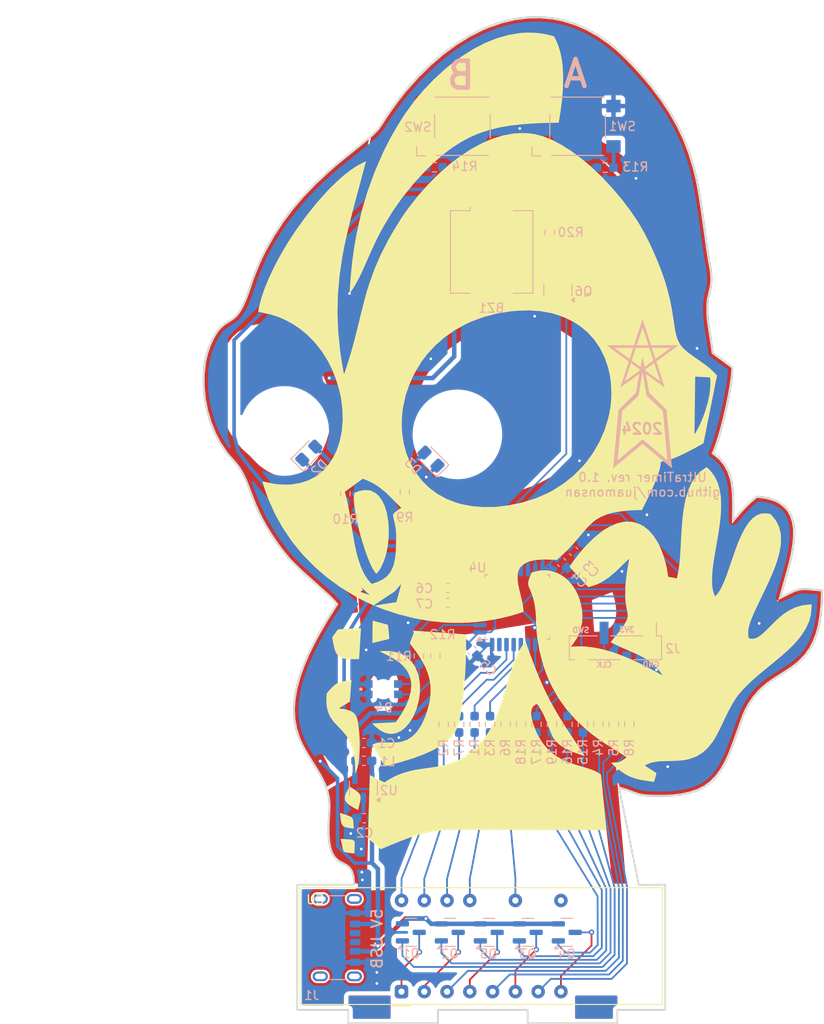
<source format=kicad_pcb>
(kicad_pcb (version 20240108) (generator "pcbnew") (generator_version "8.0")
  (layers (0 "F.Cu" signal) (31 "B.Cu" signal) (36 "B.SilkS" user "B.Silkscreen") (37 "F.SilkS" user "F.Silkscreen") (38 "B.Mask" user) (39 "F.Mask" user) (44 "Edge.Cuts" user))
  (net 0 "")
  (net 1 "GND")
  (net 2 "Net-(D2-A)")
  (net 3 "Net-(D3-A)")
  (net 6 "+3V3")
  (net 8 "Net-(U3-A)")
  (net 9 "/DispA")
  (net 10 "Net-(U3-B)")
  (net 11 "/DispB")
  (net 12 "Net-(U3-C)")
  (net 13 "/DispC")
  (net 14 "/DispD")
  (net 15 "Net-(U3-D)")
  (net 16 "/DispE")
  (net 17 "Net-(U3-E)")
  (net 18 "Net-(U3-F)")
  (net 19 "/DispF")
  (net 20 "Net-(U3-G)")
  (net 21 "/DispG")
  (net 22 "Net-(U3-DP)")
  (net 23 "/DispDP")
  (net 24 "+5V")
  (net 25 "/LED_Red")
  (net 26 "/LED_Blue")
  (net 27 "Net-(U2-SW)")
  (net 28 "Net-(Q1-G)")
  (net 29 "/CA1")
  (net 30 "/CAL")
  (net 31 "/CA2")
  (net 32 "/CA4")
  (net 33 "/CA3")
  (net 37 "Net-(BZ1--)")
  (net 40 "/SWCLK")
  (net 41 "/SWDIO")
  (net 43 "Net-(Q2-G)")
  (net 44 "Net-(Q3-G)")
  (net 46 "Net-(Q4-G)")
  (net 48 "Net-(Q5-G)")
  (net 49 "/LED2")
  (net 50 "/LED1")
  (net 51 "/SW1_IN")
  (net 52 "/SW2_IN")
  (net 53 "/Display1")
  (net 54 "/Display2")
  (net 55 "/Display3")
  (net 56 "/Display4")
  (net 57 "/DisplayL")
  (net 58 "/Timer3_PWM")
  (net 59 "Net-(D4-A-Pad4)")
  (net 60 "Net-(D4-A-Pad3)")
  (footprint "Graphics" (layer "F.Cu") (at 120.94 94.35)
    (property "Reference" "")
    (property "Value" "")
  )
  (footprint "Graphics" (layer "F.Cu") (at 130.27 144.88)
    (property "Reference" "")
    (property "Value" "")
  )
  (footprint "Graphics" (layer "F.Cu") (at 120.94 94.35)
    (property "Reference" "")
    (property "Value" "")
  )
  (footprint "Display_7Segment:LTC-4627Jx" (layer "F.Cu") (at 134.13 156.92 90)
    (property "Reference" "U3")
    (property "Value" "LTC-4627JD")
  )
  (footprint "Graphics" (layer "F.Cu") (at 89.602 46.638)
    (property "Reference" "")
    (property "Value" "")
  )
  (footprint "Graphics" (layer "F.Cu") (at 89.602 46.638)
    (property "Reference" "")
    (property "Value" "")
  )
  (footprint "LOGO" (layer "B.Cu") (at 161.02 90.27 180)
    (property "Reference" "G***" (hide yes))
    (property "Value" "LOGO" (hide yes))
  )
  (footprint "Graphics" (layer "B.Cu") (at 120.94 94.35)
    (property "Reference" "")
    (property "Value" "")
  )
  (footprint "Resistor_SMD:R_0603_1608Metric_Pad0.98x0.95mm_HandSolder" (layer "B.Cu") (at 156.085 127.12 -90)
    (property "Reference" "R4")
    (property "Value" "470")
  )
  (footprint "Capacitor_SMD:C_0603_1608Metric_Pad1.08x0.95mm_HandSolder" (layer "B.Cu") (at 141.98 118.88 -45)
    (property "Reference" "C5")
    (property "Value" "100nF")
  )
  (footprint "Package_TO_SOT_SMD:SOT-23" (layer "B.Cu") (at 151.5625 78.67 90)
    (property "Reference" "Q6")
    (property "Value" "IRLML6244")
  )
  (footprint "Resistor_SMD:R_0603_1608Metric_Pad0.98x0.95mm_HandSolder" (layer "B.Cu") (at 134.5 101.2 -90)
    (property "Reference" "R9")
    (property "Value" "470")
  )
  (footprint "Package_TO_SOT_SMD:SOT-23" (layer "B.Cu") (at 148.211875 150.3125)
    (property "Reference" "Q3")
    (property "Value" "IRLML6401")
  )
  (footprint "Resistor_SMD:R_0603_1608Metric_Pad0.98x0.95mm_HandSolder" (layer "B.Cu") (at 150.91 127.12 90)
    (property "Reference" "R19")
    (property "Value" "10k")
  )
  (footprint "Button_Switch_SMD:SW_SPST_Omron_B3FS-100xP" (layer "B.Cu") (at 140.92 60.45)
    (property "Reference" "SW2")
    (property "Value" "SW_Push")
  )
  (footprint "Connector_USB:USB_C_Receptacle_GCT_USB4125-xx-x-0190_6P_TopMnt_Horizontal" (layer "B.Cu") (at 125.87 150.9 90)
    (property "Reference" "J1")
    (property "Value" "USB_C_Receptacle_PowerOnly_6P")
  )
  (footprint "Resistor_SMD:R_0603_1608Metric_Pad0.98x0.95mm_HandSolder" (layer "B.Cu") (at 138.835 127.12 -90)
    (property "Reference" "R2")
    (property "Value" "470")
  )
  (footprint "Package_TO_SOT_SMD:SOT-23" (layer "B.Cu") (at 143.86375 150.3125)
    (property "Reference" "Q5")
    (property "Value" "IRLML6401")
  )
  (footprint "Resistor_SMD:R_0603_1608Metric_Pad0.98x0.95mm_HandSolder" (layer "B.Cu") (at 159.535 127.12 -90)
    (property "Reference" "R8")
    (property "Value" "470")
  )
  (footprint "Resistor_SMD:R_0603_1608Metric_Pad0.98x0.95mm_HandSolder" (layer "B.Cu") (at 154.36 127.12 90)
    (property "Reference" "R15")
    (property "Value" "10k")
  )
  (footprint "Resistor_SMD:R_0603_1608Metric_Pad0.98x0.95mm_HandSolder" (layer "B.Cu") (at 157.81 127.12 -90)
    (property "Reference" "R5")
    (property "Value" "470")
  )
  (footprint "Capacitor_SMD:C_0603_1608Metric_Pad1.08x0.95mm_HandSolder" (layer "B.Cu") (at 151.98 109.07 135)
    (property "Reference" "C4")
    (property "Value" "100nF")
  )
  (footprint "LED_SMD:LED_0805_2012Metric_Pad1.15x1.40mm_HandSolder" (layer "B.Cu") (at 137.42 97.56 135)
    (property "Reference" "D3")
    (property "Value" "LED")
  )
  (footprint "Connector_PinHeader_2.54mm:PinHeader_1x04_P2.54mm_Vertical_SMD_Pin1Right" (layer "B.Cu") (at 157.99 118.59 90)
    (property "Reference" "J2")
    (property "Value" "Conn_01x04_Pin")
  )
  (footprint "Resistor_SMD:R_0603_1608Metric_Pad0.98x0.95mm_HandSolder" (layer "B.Cu") (at 149.185 127.12 90)
    (property "Reference" "R17")
    (property "Value" "10k")
  )
  (footprint "Package_QFP:LQFP-32_7x7mm_P0.8mm" (layer "B.Cu") (at 147.04 114.06)
    (property "Reference" "U4")
    (property "Value" "STM32F030K6Tx")
  )
  (footprint "Library:WL-SBRW_1205_reverse mount" (layer "B.Cu") (at 132.1 123.205)
    (property "Reference" "D4")
    (property "Value" "Red & Blue, 120°")
  )
  (footprint "Resistor_SMD:R_0603_1608Metric_Pad0.98x0.95mm_HandSolder" (layer "B.Cu") (at 156.8525 65.06 180)
    (property "Reference" "R13")
    (property "Value" "1k")
  )
  (footprint "Package_TO_SOT_SMD:TSOT-23-5" (layer "B.Cu") (at 129.88 134.25 90)
    (property "Reference" "U2")
    (property "Value" "LM3670MF-3.3")
  )
  (footprint "Resistor_SMD:R_0603_1608Metric_Pad0.98x0.95mm_HandSolder" (layer "B.Cu") (at 144.01 127.12 -90)
    (property "Reference" "R3")
    (property "Value" "470")
  )
  (footprint "Capacitor_SMD:C_0603_1608Metric_Pad1.08x0.95mm_HandSolder" (layer "B.Cu") (at 129.93 129.2)
    (property "Reference" "C1")
    (property "Value" "10uF")
  )
  (footprint "Package_TO_SOT_SMD:SOT-23" (layer "B.Cu") (at 152.56 150.3125)
    (property "Reference" "Q4")
    (property "Value" "IRLML6401")
  )
  (footprint "Capacitor_SMD:C_0603_1608Metric_Pad1.08x0.95mm_HandSolder" (layer "B.Cu") (at 139.27 113.57 180)
    (property "Reference" "C7")
    (property "Value" "1uF")
  )
  (footprint "Button_Switch_SMD:SW_SPST_Omron_B3FS-100xP" (layer "B.Cu") (at 153.77 60.45)
    (property "Reference" "SW1")
    (property "Value" "SW_Push")
  )
  (footprint "Resistor_SMD:R_0603_1608Metric_Pad0.98x0.95mm_HandSolder" (layer "B.Cu") (at 150.66 72.3 90)
    (property "Reference" "R20")
    (property "Value" "1k")
  )
  (footprint "Package_TO_SOT_SMD:SOT-23" (layer "B.Cu") (at 139.515625 150.3125)
    (property "Reference" "Q2")
    (property "Value" "IRLML6401")
  )
  (footprint "Resistor_SMD:R_0603_1608Metric_Pad0.98x0.95mm_HandSolder" (layer "B.Cu") (at 137.8 65.02)
    (property "Reference" "R14")
    (property "Value" "1k")
  )
  (footprint "Resistor_SMD:R_0603_1608Metric_Pad0.98x0.95mm_HandSolder" (layer "B.Cu") (at 147.46 127.12 90)
    (property "Reference" "R18")
    (property "Value" "10k")
  )
  (footprint "Resistor_SMD:R_0603_1608Metric_Pad0.98x0.95mm_HandSolder" (layer "B.Cu") (at 140.56 127.12 -90)
    (property "Reference" "R7")
    (property "Value" "470")
  )
  (footprint "Resistor_SMD:R_0603_1608Metric_Pad0.98x0.95mm_HandSolder" (layer "B.Cu") (at 136.08 119.4925 -90)
    (property "Reference" "R11")
    (property "Value" "470")
  )
  (footprint "Buzzer_Beeper:Buzzer_CUI_CPT-9019S-SMT" (layer "B.Cu") (at 144.19 74.46 -90)
    (property "Reference" "BZ1")
    (property "Value" "CPT-9019S-SMT-TR")
  )
  (footprint "Capacitor_SMD:C_0603_1608Metric_Pad1.08x0.95mm_HandSolder" (layer "B.Cu") (at 139.29 111.93 180)
    (property "Reference" "C6")
    (property "Value" "10nF")
  )
  (footprint "Package_TO_SOT_SMD:SOT-23" (layer "B.Cu") (at 135.1675 150.3125)
    (property "Reference" "Q1")
    (property "Value" "IRLML6401")
  )
  (footprint "Capacitor_SMD:C_0603_1608Metric_Pad1.08x0.95mm_HandSolder" (layer "B.Cu") (at 153.32 107.83 135)
    (property "Reference" "C3")
    (property "Value" "4.7uF")
  )
  (footprint "Resistor_SMD:R_0603_1608Metric_Pad0.98x0.95mm_HandSolder" (layer "B.Cu") (at 137.9 119.4825 -90)
    (property "Reference" "R12")
    (property "Value" "470")
  )
  (footprint "Resistor_SMD:R_0603_1608Metric_Pad0.98x0.95mm_HandSolder" (layer "B.Cu") (at 152.635 127.12 90)
    (property "Reference" "R16")
    (property "Value" "10k")
  )
  (footprint "Resistor_SMD:R_0603_1608Metric_Pad0.98x0.95mm_HandSolder" (layer "B.Cu") (at 142.285 127.12 -90)
    (property "Reference" "R1")
    (property "Value" "470")
  )
  (footprint "Capacitor_SMD:C_0603_1608Metric_Pad1.08x0.95mm_HandSolder" (layer "B.Cu") (at 129.98 137.59 180)
    (property "Reference" "C2")
    (property "Value" "4.7uF")
  )
  (footprint "Resistor_SMD:R_0603_1608Metric_Pad0.98x0.95mm_HandSolder" (layer "B.Cu") (at 127.867 101.431 -90)
    (property "Reference" "R10")
    (property "Value" "470")
  )
  (footprint "LED_SMD:LED_0805_2012Metric_Pad1.15x1.40mm_HandSolder" (layer "B.Cu") (at 123.794571 96.895429 45)
    (property "Reference" "D2")
    (property "Value" "LED")
  )
  (footprint "Inductor_SMD:L_0603_1608Metric_Pad1.05x0.95mm_HandSolder" (layer "B.Cu") (at 129.93 131.19 180)
    (property "Reference" "L1")
    (property "Value" "10uH")
  )
  (footprint "Resistor_SMD:R_0603_1608Metric_Pad0.98x0.95mm_HandSolder" (layer "B.Cu") (at 145.735 127.12 -90)
    (property "Reference" "R6")
    (property "Value" "470")
  )
  (gr_poly (pts (xy 149.12 48.264) (xy 148.615 48.276) (xy 148.11 48.306) (xy 147.607 48.357) (xy 147.104 48.426) (xy 146.603 48.514) (xy 146.103 48.62) (xy 145.605 48.745) (xy 145.109 48.888) (xy 144.615 49.048) (xy 144.484 49.093) (xy 143.955 49.29) (xy 143.428 49.506) (xy 142.905 49.742) (xy 142.386 49.996) (xy 141.87 50.268) (xy 141.358 50.558) (xy 140.85 50.866) (xy 140.347 51.19) (xy 139.848 51.532) (xy 139.355 51.89) (xy 138.867 52.264) (xy 138.384 52.653) (xy 137.907 53.057) (xy 137.436 53.477) (xy 136.971 53.911) (xy 136.513 54.358) (xy 136.061 54.82) (xy 135.617 55.295) (xy 135.18 55.782) (xy 134.75 56.282) (xy 134.328 56.794) (xy 133.914 57.318) (xy 133.509 57.854) (xy 133.111 58.4) (xy 132.723 58.957) (xy 132.344 59.524) (xy 131.974 60.1) (xy 131.791 60.394) (xy 131.791 60.395) (xy 131.692 60.544) (xy 131.574 60.698) (xy 131.438 60.858) (xy 131.285 61.023) (xy 131.115 61.195) (xy 130.93 61.372) (xy 130.729 61.555) (xy 130.514 61.744) (xy 130.285 61.939) (xy 130.042 62.141) (xy 129.787 62.35) (xy 129.521 62.565) (xy 129.391 62.669) (xy 129.039 62.95) (xy 128.671 63.242) (xy 128.289 63.547) (xy 127.895 63.865) (xy 127.488 64.195) (xy 127.072 64.54) (xy 126.646 64.899) (xy 126.213 65.272) (xy 125.773 65.661) (xy 125.328 66.066) (xy 125.305 66.087) (xy 124.963 66.407) (xy 124.619 66.737) (xy 124.274 67.077) (xy 123.929 67.427) (xy 123.583 67.787) (xy 123.238 68.159) (xy 122.894 68.541) (xy 122.551 68.934) (xy 122.211 69.339) (xy 121.873 69.755) (xy 121.539 70.184) (xy 121.209 70.624) (xy 120.882 71.077) (xy 120.561 71.542) (xy 120.246 72.021) (xy 119.936 72.512) (xy 119.633 73.016) (xy 119.337 73.535) (xy 119.049 74.066) (xy 118.769 74.612) (xy 118.498 75.172) (xy 118.236 75.747) (xy 117.984 76.336) (xy 117.743 76.94) (xy 117.512 77.559) (xy 117.294 78.194) (xy 117.213 78.442) (xy 117.111 78.751) (xy 117.011 79.041) (xy 116.912 79.313) (xy 116.816 79.567) (xy 116.721 79.803) (xy 116.628 80.024) (xy 116.536 80.228) (xy 116.446 80.418) (xy 116.358 80.594) (xy 116.271 80.756) (xy 116.185 80.905) (xy 116.101 81.042) (xy 116.034 81.143) (xy 115.923 81.299) (xy 115.815 81.437) (xy 115.708 81.559) (xy 115.603 81.667) (xy 115.498 81.763) (xy 115.395 81.848) (xy 115.291 81.925) (xy 115.188 81.996) (xy 115.084 82.061) (xy 115.038 82.089) (xy 114.912 82.163) (xy 114.785 82.236) (xy 114.655 82.313) (xy 114.523 82.395) (xy 114.389 82.486) (xy 114.253 82.588) (xy 114.114 82.704) (xy 113.976 82.835) (xy 113.878 82.937) (xy 113.779 83.05) (xy 113.678 83.174) (xy 113.577 83.31) (xy 113.475 83.459) (xy 113.371 83.621) (xy 113.266 83.798) (xy 113.159 83.991) (xy 113.05 84.2) (xy 112.94 84.427) (xy 112.828 84.672) (xy 112.76 84.829) (xy 112.623 85.169) (xy 112.501 85.523) (xy 112.393 85.889) (xy 112.299 86.266) (xy 112.219 86.653) (xy 112.153 87.05) (xy 112.102 87.455) (xy 112.064 87.868) (xy 112.041 88.288) (xy 112.031 88.713) (xy 112.036 89.144) (xy 112.054 89.578) (xy 112.086 90.015) (xy 112.132 90.454) (xy 112.193 90.895) (xy 112.262 91.313) (xy 112.347 91.744) (xy 112.446 92.174) (xy 112.558 92.602) (xy 112.683 93.027) (xy 112.821 93.448) (xy 112.973 93.863) (xy 113.138 94.273) (xy 113.316 94.676) (xy 113.508 95.072) (xy 113.713 95.459) (xy 113.931 95.837) (xy 114.163 96.205) (xy 114.408 96.561) (xy 114.667 96.906) (xy 114.939 97.238) (xy 115.224 97.556) (xy 115.303 97.638) (xy 115.517 97.87) (xy 115.713 98.102) (xy 115.892 98.333) (xy 116.057 98.566) (xy 116.207 98.8) (xy 116.346 99.036) (xy 116.475 99.276) (xy 116.596 99.519) (xy 116.71 99.767) (xy 116.818 100.019) (xy 116.923 100.278) (xy 117.026 100.543) (xy 117.129 100.815) (xy 117.233 101.095) (xy 117.34 101.384) (xy 117.452 101.682) (xy 117.456 101.694) (xy 117.541 101.917) (xy 117.631 102.146) (xy 117.725 102.38) (xy 117.824 102.621) (xy 117.928 102.867) (xy 118.04 103.119) (xy 118.158 103.378) (xy 118.284 103.644) (xy 118.419 103.917) (xy 118.562 104.197) (xy 118.715 104.485) (xy 118.878 104.78) (xy 119.052 105.083) (xy 119.238 105.395) (xy 119.435 105.715) (xy 119.645 106.043) (xy 119.869 106.381) (xy 120.106 106.727) (xy 120.358 107.083) (xy 120.626 107.449) (xy 120.909 107.824) (xy 121.208 108.21) (xy 121.224 108.23) (xy 121.399 108.443) (xy 121.59 108.663) (xy 121.797 108.887) (xy 122.018 109.117) (xy 122.251 109.35) (xy 122.494 109.587) (xy 122.746 109.826) (xy 123.006 110.067) (xy 123.27 110.309) (xy 123.539 110.551) (xy 123.81 110.793) (xy 124.082 111.034) (xy 124.325 111.248) (xy 124.553 111.449) (xy 124.778 111.647) (xy 124.998 111.843) (xy 125.214 112.036) (xy 125.424 112.224) (xy 125.627 112.408) (xy 125.822 112.587) (xy 126.008 112.761) (xy 126.183 112.928) (xy 126.347 113.088) (xy 126.498 113.241) (xy 126.636 113.387) (xy 126.759 113.523) (xy 126.867 113.651) (xy 126.923 113.722) (xy 126.572 114.259) (xy 126.238 114.784) (xy 125.918 115.298) (xy 125.614 115.799) (xy 125.325 116.29) (xy 125.05 116.769) (xy 124.789 117.238) (xy 124.543 117.695) (xy 124.31 118.143) (xy 124.09 118.579) (xy 123.884 119.006) (xy 123.691 119.423) (xy 123.51 119.829) (xy 123.342 120.227) (xy 123.186 120.615) (xy 123.042 120.994) (xy 122.909 121.364) (xy 122.788 121.725) (xy 122.677 122.077) (xy 122.578 122.421) (xy 122.489 122.758) (xy 122.41 123.086) (xy 122.403 123.117) (xy 122.319 123.518) (xy 122.25 123.907) (xy 122.196 124.285) (xy 122.157 124.652) (xy 122.131 125.009) (xy 122.118 125.354) (xy 122.117 125.69) (xy 122.129 126.016) (xy 122.152 126.333) (xy 122.186 126.641) (xy 122.231 126.941) (xy 122.285 127.232) (xy 122.348 127.515) (xy 122.42 127.791) (xy 122.501 128.06) (xy 122.589 128.323) (xy 122.684 128.579) (xy 122.75 128.745) (xy 122.916 129.125) (xy 123.095 129.493) (xy 123.284 129.85) (xy 123.481 130.197) (xy 123.684 130.537) (xy 123.891 130.87) (xy 124.1 131.198) (xy 124.309 131.523) (xy 124.515 131.845) (xy 124.718 132.167) (xy 124.913 132.49) (xy 124.984 132.61) (xy 125.119 132.849) (xy 125.249 133.089) (xy 125.373 133.332) (xy 125.489 133.578) (xy 125.598 133.828) (xy 125.697 134.082) (xy 125.788 134.342) (xy 125.868 134.607) (xy 125.938 134.879) (xy 125.995 135.158) (xy 126.041 135.444) (xy 126.073 135.739) (xy 126.091 136.042) (xy 126.095 136.355) (xy 126.083 136.678) (xy 126.069 136.864) (xy 126.038 137.244) (xy 126.013 137.606) (xy 125.993 137.949) (xy 125.98 138.276) (xy 125.973 138.586) (xy 125.97 138.879) (xy 125.974 139.157) (xy 125.982 139.419) (xy 125.995 139.667) (xy 126.014 139.9) (xy 126.037 140.12) (xy 126.064 140.327) (xy 126.096 140.521) (xy 126.131 140.703) (xy 126.171 140.874) (xy 126.194 140.959) (xy 126.255 141.16) (xy 126.323 141.344) (xy 126.397 141.512) (xy 126.477 141.663) (xy 126.561 141.801) (xy 126.65 141.925) (xy 126.743 142.036) (xy 126.839 142.136) (xy 126.937 142.226) (xy 127.038 142.306) (xy 127.14 142.379) (xy 127.217 142.428) (xy 127.37 142.516) (xy 127.522 142.596) (xy 127.671 142.67) (xy 127.815 142.743) (xy 127.953 142.818) (xy 128.085 142.9) (xy 128.208 142.991) (xy 128.306 143.08) (xy 128.371 143.149) (xy 128.432 143.226) (xy 128.491 143.311) (xy 128.546 143.405) (xy 128.598 143.509) (xy 128.645 143.625) (xy 128.689 143.752) (xy 128.727 143.892) (xy 128.76 144.047) (xy 128.789 144.216) (xy 128.811 144.401) (xy 128.828 144.602) (xy 128.838 144.822) (xy 128.839 144.883) (xy 128.83 145) (xy 122.5 145) (xy 122.5 158.95) (xy 128.2 158.95) (xy 128.2 160.45) (xy 138.2 160.45) (xy 138.2 158.95) (xy 148.2 158.95) (xy 148.2 160.45) (xy 158.2 160.45) (xy 158.2 158.95) (xy 163.55 158.95) (xy 163.55 145) (xy 160.6 145.014) (xy 158.4 134.2) (xy 158.609 134.255) (xy 158.801 134.308) (xy 158.976 134.36) (xy 159.135 134.41) (xy 159.281 134.459) (xy 159.415 134.506) (xy 159.538 134.552) (xy 159.652 134.596) (xy 159.759 134.639) (xy 159.86 134.68) (xy 159.957 134.72) (xy 160.051 134.758) (xy 160.145 134.794) (xy 160.238 134.829) (xy 160.291 134.848) (xy 160.377 134.877) (xy 160.466 134.904) (xy 160.559 134.93) (xy 160.656 134.954) (xy 160.76 134.977) (xy 160.871 134.998) (xy 160.99 135.017) (xy 161.119 135.035) (xy 161.257 135.051) (xy 161.407 135.066) (xy 161.569 135.079) (xy 161.744 135.09) (xy 161.934 135.1) (xy 162.139 135.108) (xy 162.36 135.114) (xy 162.599 135.118) (xy 162.856 135.121) (xy 162.961 135.121) (xy 163.394 135.119) (xy 163.809 135.108) (xy 164.207 135.087) (xy 164.589 135.056) (xy 164.956 135.017) (xy 165.307 134.968) (xy 165.643 134.91) (xy 165.965 134.843) (xy 166.274 134.766) (xy 166.568 134.681) (xy 166.85 134.587) (xy 167.119 134.485) (xy 167.376 134.373) (xy 167.622 134.253) (xy 167.856 134.124) (xy 168.08 133.987) (xy 168.293 133.841) (xy 168.496 133.687) (xy 168.691 133.524) (xy 168.876 133.353) (xy 169.053 133.174) (xy 169.222 132.987) (xy 169.334 132.853) (xy 169.549 132.574) (xy 169.752 132.28) (xy 169.943 131.971) (xy 170.125 131.649) (xy 170.299 131.313) (xy 170.465 130.963) (xy 170.626 130.6) (xy 170.783 130.223) (xy 170.936 129.834) (xy 171.088 129.431) (xy 171.24 129.015) (xy 171.393 128.587) (xy 171.548 128.146) (xy 171.707 127.693) (xy 171.871 127.227) (xy 172.042 126.75) (xy 172.11 126.56) (xy 172.244 126.208) (xy 172.384 125.874) (xy 172.529 125.558) (xy 172.68 125.259) (xy 172.836 124.975) (xy 172.996 124.707) (xy 173.162 124.453) (xy 173.331 124.213) (xy 173.505 123.986) (xy 173.682 123.771) (xy 173.863 123.567) (xy 174.047 123.374) (xy 174.234 123.19) (xy 174.423 123.016) (xy 174.616 122.85) (xy 174.81 122.692) (xy 175.006 122.54) (xy 175.204 122.394) (xy 175.403 122.254) (xy 175.603 122.118) (xy 175.804 121.985) (xy 176.005 121.856) (xy 176.207 121.729) (xy 176.408 121.603) (xy 176.61 121.478) (xy 176.811 121.353) (xy 177.011 121.226) (xy 177.21 121.099) (xy 177.407 120.968) (xy 177.498 120.907) (xy 177.716 120.756) (xy 177.931 120.599) (xy 178.143 120.435) (xy 178.351 120.264) (xy 178.555 120.084) (xy 178.754 119.895) (xy 178.948 119.695) (xy 179.137 119.483) (xy 179.319 119.259) (xy 179.495 119.021) (xy 179.663 118.768) (xy 179.824 118.499) (xy 179.977 118.214) (xy 180.003 118.161) (xy 180.113 117.928) (xy 180.218 117.685) (xy 180.317 117.431) (xy 180.411 117.165) (xy 180.499 116.886) (xy 180.581 116.595) (xy 180.657 116.291) (xy 180.727 115.973) (xy 180.79 115.642) (xy 180.847 115.295) (xy 180.897 114.934) (xy 180.94 114.558) (xy 180.977 114.165) (xy 181.005 113.756) (xy 181.027 113.33) (xy 181.041 112.887) (xy 181.047 112.426) (xy 181.047 112.297) (xy 181.047 112.175) (xy 180.925 112.164) (xy 180.678 112.142) (xy 180.449 112.122) (xy 180.237 112.102) (xy 180.04 112.084) (xy 179.859 112.068) (xy 179.69 112.053) (xy 179.534 112.041) (xy 179.388 112.031) (xy 179.252 112.024) (xy 179.124 112.021) (xy 179.002 112.02) (xy 178.887 112.023) (xy 178.776 112.03) (xy 178.668 112.041) (xy 178.562 112.057) (xy 178.457 112.078) (xy 178.352 112.103) (xy 178.244 112.134) (xy 178.134 112.17) (xy 178.019 112.212) (xy 177.898 112.26) (xy 177.771 112.314) (xy 177.635 112.376) (xy 177.491 112.444) (xy 177.335 112.519) (xy 177.168 112.602) (xy 176.988 112.692) (xy 176.793 112.791) (xy 176.583 112.898) (xy 176.389 112.996) (xy 176.482 112.64) (xy 176.584 112.272) (xy 176.692 111.892) (xy 176.805 111.502) (xy 176.921 111.103) (xy 177.039 110.697) (xy 177.156 110.285) (xy 177.271 109.868) (xy 177.383 109.447) (xy 177.49 109.025) (xy 177.589 108.602) (xy 177.68 108.179) (xy 177.761 107.758) (xy 177.83 107.34) (xy 177.885 106.927) (xy 177.925 106.519) (xy 177.945 106.204) (xy 177.953 105.926) (xy 177.951 105.652) (xy 177.939 105.383) (xy 177.916 105.119) (xy 177.881 104.861) (xy 177.834 104.609) (xy 177.773 104.364) (xy 177.7 104.126) (xy 177.611 103.896) (xy 177.508 103.674) (xy 177.39 103.461) (xy 177.255 103.258) (xy 177.178 103.156) (xy 177.043 102.996) (xy 176.896 102.845) (xy 176.736 102.702) (xy 176.564 102.567) (xy 176.378 102.441) (xy 176.179 102.325) (xy 175.965 102.218) (xy 175.738 102.12) (xy 175.497 102.033) (xy 175.241 101.956) (xy 174.97 101.889) (xy 174.684 101.833) (xy 174.383 101.788) (xy 174.066 101.754) (xy 173.799 101.736) (xy 173.75 101.733) (xy 173.711 101.762) (xy 173.397 102.011) (xy 173.097 102.269) (xy 172.811 102.535) (xy 172.536 102.807) (xy 172.307 103.046) (xy 171.946 103.443) (xy 171.601 103.838) (xy 171.267 104.226) (xy 171.131 104.385) (xy 171.136 103.954) (xy 171.143 103.524) (xy 171.15 103.096) (xy 171.153 102.671) (xy 171.152 102.249) (xy 171.143 101.832) (xy 171.124 101.419) (xy 171.093 101.013) (xy 171.049 100.613) (xy 171.002 100.306) (xy 170.954 100.05) (xy 170.897 99.797) (xy 170.83 99.549) (xy 170.753 99.305) (xy 170.665 99.066) (xy 170.565 98.832) (xy 170.454 98.603) (xy 170.329 98.38) (xy 170.192 98.163) (xy 170.04 97.953) (xy 169.873 97.749) (xy 169.692 97.551) (xy 169.494 97.362) (xy 169.28 97.179) (xy 169.049 97.005) (xy 168.892 96.898) (xy 168.967 96.741) (xy 169.044 96.566) (xy 169.122 96.373) (xy 169.201 96.163) (xy 169.281 95.938) (xy 169.363 95.698) (xy 169.444 95.445) (xy 169.527 95.18) (xy 169.609 94.904) (xy 169.692 94.617) (xy 169.774 94.322) (xy 169.856 94.019) (xy 169.937 93.709) (xy 170.017 93.394) (xy 170.096 93.074) (xy 170.174 92.751) (xy 170.25 92.425) (xy 170.298 92.217) (xy 170.394 91.784) (xy 170.487 91.354) (xy 170.574 90.928) (xy 170.656 90.511) (xy 170.732 90.103) (xy 170.802 89.709) (xy 170.861 89.351) (xy 170.902 89.083) (xy 170.939 88.826) (xy 170.971 88.581) (xy 170.999 88.349) (xy 171.021 88.131) (xy 171.037 87.929) (xy 171.047 87.742) (xy 171.052 87.571) (xy 171.05 87.419) (xy 171.047 87.364) (xy 171.044 87.301) (xy 168.858 85.705) (xy 168.816 85.353) (xy 168.769 84.996) (xy 168.716 84.635) (xy 168.661 84.274) (xy 168.603 83.913) (xy 168.545 83.553) (xy 168.489 83.197) (xy 168.435 82.846) (xy 168.386 82.502) (xy 168.343 82.166) (xy 168.308 81.84) (xy 168.281 81.525) (xy 168.266 81.224) (xy 168.263 81.131) (xy 168.263 81.13) (xy 168.259 80.883) (xy 168.261 80.655) (xy 168.269 80.442) (xy 168.28 80.244) (xy 168.297 80.06) (xy 168.316 79.888) (xy 168.339 79.727) (xy 168.365 79.575) (xy 168.393 79.432) (xy 168.422 79.295) (xy 168.453 79.163) (xy 168.485 79.036) (xy 168.516 78.911) (xy 168.548 78.787) (xy 168.571 78.695) (xy 168.6 78.573) (xy 168.627 78.448) (xy 168.652 78.32) (xy 168.674 78.188) (xy 168.693 78.05) (xy 168.707 77.906) (xy 168.718 77.753) (xy 168.723 77.593) (xy 168.723 77.422) (xy 168.717 77.24) (xy 168.705 77.046) (xy 168.686 76.838) (xy 168.659 76.616) (xy 168.624 76.378) (xy 168.582 76.131) (xy 168.582 76.13) (xy 168.456 75.383) (xy 168.34 74.652) (xy 168.232 73.935) (xy 168.131 73.231) (xy 168.035 72.541) (xy 167.943 71.862) (xy 167.853 71.193) (xy 167.763 70.535) (xy 167.672 69.886) (xy 167.579 69.244) (xy 167.48 68.61) (xy 167.376 67.983) (xy 167.264 67.36) (xy 167.142 66.743) (xy 167.01 66.128) (xy 166.865 65.517) (xy 166.706 64.907) (xy 166.569 64.426) (xy 166.45 64.033) (xy 166.322 63.639) (xy 166.187 63.246) (xy 166.044 62.851) (xy 165.891 62.456) (xy 165.729 62.06) (xy 165.558 61.663) (xy 165.376 61.264) (xy 165.184 60.863) (xy 164.981 60.46) (xy 164.766 60.055) (xy 164.54 59.648) (xy 164.301 59.238) (xy 164.049 58.825) (xy 163.785 58.408) (xy 163.507 57.989) (xy 163.214 57.565) (xy 162.908 57.138) (xy 162.586 56.707) (xy 162.25 56.271) (xy 161.897 55.83) (xy 161.529 55.385) (xy 161.143 54.935) (xy 160.741 54.479) (xy 160.322 54.018) (xy 159.884 53.551) (xy 159.428 53.078) (xy 159.175 52.82) (xy 158.768 52.422) (xy 158.358 52.044) (xy 157.945 51.685) (xy 157.53 51.345) (xy 157.112 51.025) (xy 156.692 50.722) (xy 156.269 50.439) (xy 155.844 50.174) (xy 155.417 49.927) (xy 154.989 49.698) (xy 154.559 49.487) (xy 154.127 49.293) (xy 153.694 49.117) (xy 153.259 48.957) (xy 152.823 48.815) (xy 152.387 48.69) (xy 151.95 48.581) (xy 151.512 48.489) (xy 151.073 48.413) (xy 150.634 48.353) (xy 150.195 48.308) (xy 149.756 48.279) (xy 149.316 48.266) (xy 149.12 48.265)) (stroke (width 0.2)) (fill none) (layer "Edge.Cuts"))
  (gr_text "CLK" (at 157.68 120.82 0) (layer "B.SilkS") (effects (font (size 0.6 0.6)) (justify left bottom mirror)))
  (gr_text "GND" (at 162.98 120.8 0) (layer "B.SilkS") (effects (font (size 0.6 0.6)) (justify left bottom mirror)))
  (gr_text "3V3" (at 160.18 116.91 0) (layer "B.SilkS") (effects (font (size 0.6 0.6)) (justify left bottom mirror)))
  (gr_text "SWD" (at 155.15 116.97 0) (layer "B.SilkS") (effects (font (size 0.6 0.6)) (justify left bottom mirror)))
  (gr_text "B" (at 142.57 56.53 0) (layer "B.SilkS") (effects (font (size 3 3) (thickness 0.5) (bold yes)) (justify left bottom mirror)))
  (gr_text "A" (at 155.15 56.35 0) (layer "B.SilkS") (effects (font (size 3 3) (thickness 0.5) (bold yes)) (justify left bottom mirror)))
  (gr_text "5V USB" (at 132.1 147.55 90) (layer "B.SilkS") (effects (font (size 1.2 1.2) (thickness 0.2) (bold yes)) (justify left bottom mirror)))
  (gr_text "2024" (at 163.392128 94.882708 0) (layer "B.SilkS") (effects (font (size 1.2 1.2) (thickness 0.25) (bold yes)) (justify left bottom mirror)))
  (gr_text "github.com/juamonsan" (at 161.01 101.81 0) (layer "B.SilkS") (effects (font (size 1 1)) (justify bottom mirror)))
  (gr_text "UltraTimer rev. 1.0" (at 161.01 100.16 0) (layer "B.SilkS") (effects (font (size 1 1)) (justify bottom mirror)))
  (segment (start 129.77 144.47) (end 129.77 145.38) (width 1) (layer "F.Cu") (net 1))
  (via (at 129.64 141.02) (size 0.6) (drill 0.3) (layers "F.Cu" "B.Cu") (net 1))
  (via (at 134.87 115.8) (size 0.6) (drill 0.3) (layers "F.Cu" "B.Cu") (net 1))
  (via (at 162.56 121.05) (size 0.6) (drill 0.3) (layers "F.Cu" "B.Cu") (net 1))
  (via (at 147.32 60.7) (size 0.6) (drill 0.3) (layers "F.Cu" "B.Cu") (net 1))
  (via (at 128.47 139.3) (size 0.6) (drill 0.3) (layers "F.Cu" "B.Cu") (net 1))
  (via (at 129.77 144.47) (size 0.6) (drill 0.3) (layers "F.Cu" "B.Cu") (net 1))
  (via (at 167.09 85.21) (size 0.6) (drill 0.3) (layers "F.Cu" "B.Cu") (net 1))
  (via (at 130.19 118.82) (size 0.6) (drill 0.3) (layers "F.Cu" "B.Cu") (net 1))
  (via (at 153.98 97.74) (size 0.6) (drill 0.3) (layers "F.Cu" "B.Cu") (net 1))
  (via (at 136.89 99.56) (size 0.6) (drill 0.3) (layers "F.Cu" "B.Cu") (net 1))
  (via (at 161.5 103.76) (size 0.6) (drill 0.3) (layers "F.Cu" "B.Cu") (net 1))
  (via (at 137.4 86.38) (size 0.6) (drill 0.3) (layers "F.Cu" "B.Cu") (net 1))
  (via (at 129.71 143.6) (size 0.6) (drill 0.3) (layers "F.Cu" "B.Cu") (net 1))
  (via (at 148.98 81.63) (size 0.6) (drill 0.3) (layers "F.Cu" "B.Cu") (net 1))
  (via (at 133.83 128.6) (size 0.6) (drill 0.3) (layers "F.Cu" "B.Cu") (net 1))
  (via (at 131.38 154.78) (size 0.6) (drill 0.3) (layers "F.Cu" "B.Cu") (net 1))
  (via (at 135.08 127.8) (size 0.6) (drill 0.3) (layers "F.Cu" "B.Cu") (net 1))
  (via (at 160.284067 66.257482) (size 0.6) (drill 0.3) (layers "F.Cu" "B.Cu") (net 1))
  (via (at 174.02 115.87) (size 0.6) (drill 0.3) (layers "F.Cu" "B.Cu") (net 1))
  (via (at 158.72 110.07) (size 0.6) (drill 0.3) (layers "F.Cu" "B.Cu") (net 1))
  (via (at 163.82 131.84) (size 0.6) (drill 0.3) (layers "F.Cu" "B.Cu") (net 1))
  (via (at 128.332 79.089) (size 0.6) (drill 0.3) (layers "F.Cu" "B.Cu") (net 1))
  (via (at 131.38 156.01) (size 0.6) (drill 0.3) (layers "F.Cu" "B.Cu") (net 1))
  (via (at 154.97 106.01) (size 0.6) (drill 0.3) (layers "F.Cu" "B.Cu") (net 1))
  (segment (start 151.47012 108.46012) (end 152.71012 107.22012) (width 0.2) (layer "B.Cu") (net 1))
  (segment (start 151.37012 108.46012) (end 151.47012 108.46012) (width 0.2) (layer "B.Cu") (net 1))
  (segment (start 138.125216 98.284784) (end 136.82 99.59) (width 0.4) (layer "B.Cu") (net 1))
  (segment (start 138.144784 98.284784) (end 138.125216 98.284784) (width 0.4) (layer "B.Cu") (net 1))
  (segment (start 123.069787 97.620213) (end 124.71 99.260426) (width 0.4) (layer "B.Cu") (net 1))
  (segment (start 151.37012 108.46012) (end 149.94524 109.885) (width 0.2) (layer "B.Cu") (net 1))
  (segment (start 129.88 135.3875) (end 129.88 136.8275) (width 0.3) (layer "B.Cu") (net 1))
  (segment (start 142.58988 119.48988) (end 143.84476 118.235) (width 0.2) (layer "B.Cu") (net 1))
  (segment (start 143.84476 118.235) (end 144.24 118.235) (width 0.2) (layer "B.Cu") (net 1))
  (segment (start 124.71 99.260426) (end 124.71 99.28) (width 0.2) (layer "B.Cu") (net 1))
  (segment (start 149.94524 109.885) (end 149.84 109.885) (width 0.2) (layer "B.Cu") (net 1))
  (segment (start 129.88 136.8275) (end 129.1175 137.59) (width 0.3) (layer "B.Cu") (net 1))
  (segment (start 127.867 99.51829) (end 127.867 100.5185) (width 0.4) (layer "B.Cu") (net 2))
  (segment (start 124.519355 96.170645) (end 127.867 99.51829) (width 0.4) (layer "B.Cu") (net 2))
  (segment (start 134.5 99.030432) (end 134.5 100.2875) (width 0.4) (layer "B.Cu") (net 3))
  (segment (start 136.695216 96.835216) (end 134.5 99.030432) (width 0.4) (layer "B.Cu") (net 3))
  (via (at 150.35 122.45) (size 0.6) (drill 0.3) (layers "F.Cu" "B.Cu") (net 6))
  (via (at 148.99 116.34) (size 0.6) (drill 0.3) (layers "F.Cu" "B.Cu") (net 6))
  (segment (start 144.56 114.09) (end 144.13 113.66) (width 0.2) (layer "B.Cu") (net 6))
  (segment (start 150.09 111.26) (end 147.26 114.09) (width 0.2) (layer "B.Cu") (net 6))
  (segment (start 124.5 107.74) (end 119.88 101.68) (width 0.4) (layer "B.Cu") (net 6))
  (segment (start 130.68 125.87) (end 135.68 125.87) (width 0.5) (layer "B.Cu") (net 6))
  (segment (start 140.1325 113.57) (end 142.775 113.57) (width 0.2) (layer "B.Cu") (net 6))
  (segment (start 127.73 126.17) (end 127.73 117.68) (width 0.4) (layer "B.Cu") (net 6))
  (segment (start 128.93 131.315) (end 129.055 131.19) (width 0.5) (layer "B.Cu") (net 6))
  (segment (start 135.68 125.87) (end 140.09 121.46) (width 0.5) (layer "B.Cu") (net 6))
  (segment (start 119.88 101.68) (end 117.21 98.45) (width 0.4) (layer "B.Cu") (net 6))
  (segment (start 150.35 122.45) (end 158.75 122.45) (width 0.2) (layer "B.Cu") (net 6))
  (segment (start 117.21 98.45) (end 115.94 96.78) (width 0.4) (layer "B.Cu") (net 6))
  (segment (start 144.08 116.86) (end 144.56 116.38) (width 0.2) (layer "B.Cu") (net 6))
  (segment (start 158.75 122.45) (end 159.25 121.95) (width 0.2) (layer "B.Cu") (net 6))
  (segment (start 129.055 131.19) (end 129.055 127.495) (width 0.5) (layer "B.Cu") (net 6))
  (segment (start 115.46 84.28) (end 132.25 67.49) (width 0.4) (layer "B.Cu") (net 6))
  (segment (start 141.71 65.02) (end 155.9675 65.02) (width 0.4) (layer "B.Cu") (net 6))
  (segment (start 129.055 127.495) (end 130.68 125.87) (width 0.5) (layer "B.Cu") (net 6))
  (segment (start 147.26 114.09) (end 148.99 115.82) (width 0.254) (layer "B.Cu") (net 6))
  (segment (start 132.25 67.49) (end 137.4 67.49) (width 0.4) (layer "B.Cu") (net 6))
  (segment (start 129.055 127.495) (end 127.73 126.17) (width 0.4) (layer "B.Cu") (net 6))
  (segment (start 115.94 96.78) (end 115.46 94.93) (width 0.4) (layer "B.Cu") (net 6))
  (segment (start 142.775 113.57) (end 142.865 113.66) (width 0.2) (layer "B.Cu") (net 6))
  (segment (start 151.215 111.26) (end 150.09 111.26) (width 0.2) (layer "B.Cu") (net 6))
  (segment (start 140.09 119.55024) (end 141.37012 118.27012) (width 0.5) (layer "B.Cu") (net 6))
  (segment (start 159.25 121.95) (end 159.25 120.495) (width 0.2) (layer "B.Cu") (net 6))
  (segment (start 140.1325 113.57) (end 140.1325 111.95) (width 0.2) (layer "B.Cu") (net 6))
  (segment (start 142.78024 116.86) (end 142.865 116.86) (width 0.2) (layer "B.Cu") (net 6))
  (segment (start 140.1325 111.95) (end 140.1525 111.93) (width 0.2) (layer "B.Cu") (net 6))
  (segment (start 128.93 133.1125) (end 128.93 131.315) (width 0.5) (layer "B.Cu") (net 6))
  (segment (start 152.58988 109.67988) (end 152.68988 109.67988) (width 0.2) (layer "B.Cu") (net 6))
  (segment (start 147.26 114.09) (end 144.56 114.09) (width 0.2) (layer "B.Cu") (net 6))
  (segment (start 127.73 117.68) (end 130.23 113.58) (width 0.4) (layer "B.Cu") (net 6))
  (segment (start 139.24 67.49) (end 141.71 65.02) (width 0.4) (layer "B.Cu") (net 6))
  (segment (start 137.4 67.49) (end 139.24 67.49) (width 0.4) (layer "B.Cu") (net 6))
  (segment (start 148.99 115.82) (end 148.99 116.34) (width 0.254) (layer "B.Cu") (net 6))
  (segment (start 138.7125 66.1775) (end 138.7125 65.06) (width 0.4) (layer "B.Cu") (net 6))
  (segment (start 137.4 67.49) (end 138.7125 66.1775) (width 0.4) (layer "B.Cu") (net 6))
  (segment (start 152.58988 109.67988) (end 151.215 111.05476) (width 0.2) (layer "B.Cu") (net 6))
  (segment (start 130.23 113.58) (end 124.5 107.74) (width 0.4) (layer "B.Cu") (net 6))
  (segment (start 144.13 113.66) (end 142.865 113.66) (width 0.2) (layer "B.Cu") (net 6))
  (segment (start 115.46 94.93) (end 115.46 84.28) (width 0.4) (layer "B.Cu") (net 6))
  (segment (start 152.68988 109.67988) (end 153.92988 108.43988) (width 0.2) (layer "B.Cu") (net 6))
  (segment (start 142.865 116.86) (end 144.08 116.86) (width 0.2) (layer "B.Cu") (net 6))
  (segment (start 144.56 116.38) (end 144.56 114.09) (width 0.2) (layer "B.Cu") (net 6))
  (segment (start 151.215 111.05476) (end 151.215 111.26) (width 0.2) (layer "B.Cu") (net 6))
  (segment (start 141.37012 118.27012) (end 142.78024 116.86) (width 0.2) (layer "B.Cu") (net 6))
  (segment (start 140.09 121.46) (end 140.09 119.55024) (width 0.5) (layer "B.Cu") (net 6))
  (segment (start 142.285 128.0325) (end 142.285 132.37) (width 0.2) (layer "B.Cu") (net 8))
  (segment (start 139.21 144.34) (end 139.21 146.76) (width 0.2) (layer "B.Cu") (net 8))
  (segment (start 142.285 132.37) (end 139.21 144.34) (width 0.2) (layer "B.Cu") (net 8))
  (segment (start 142.285 126.2075) (end 142.285 125.025) (width 0.2) (layer "B.Cu") (net 9))
  (segment (start 142.285 125.025) (end 147.44 119.87) (width 0.2) (layer "B.Cu") (net 9))
  (segment (start 147.44 119.87) (end 147.44 118.235) (width 0.2) (layer "B.Cu") (net 9))
  (segment (start 138.835 132.37) (end 134.13 144.34) (width 0.2) (layer "B.Cu") (net 10))
  (segment (start 134.13 144.34) (end 134.13 146.76) (width 0.2) (layer "B.Cu") (net 10))
  (segment (start 138.835 128.0325) (end 138.835 132.37) (width 0.2) (layer "B.Cu") (net 10))
  (segment (start 138.835 126.2075) (end 138.835 125.515) (width 0.2) (layer "B.Cu") (net 11))
  (segment (start 144.36 121.38) (end 145.84 119.9) (width 0.2) (layer "B.Cu") (net 11))
  (segment (start 142.97 121.38) (end 144.36 121.38) (width 0.2) (layer "B.Cu") (net 11))
  (segment (start 145.84 119.9) (end 145.84 118.235) (width 0.2) (layer "B.Cu") (net 11))
  (segment (start 138.835 125.515) (end 142.97 121.38) (width 0.2) (layer "B.Cu") (net 11))
  (segment (start 141.75 144.34) (end 144.01 132.37) (width 0.2) (layer "B.Cu") (net 12))
  (segment (start 144.01 128.0325) (end 144.01 132.37) (width 0.2) (layer "B.Cu") (net 12))
  (segment (start 141.75 144.34) (end 141.75 146.76) (width 0.2) (layer "B.Cu") (net 12))
  (segment (start 144.01 124.63) (end 148.24 120.4) (width 0.2) (layer "B.Cu") (net 13))
  (segment (start 148.24 120.4) (end 148.24 118.235) (width 0.2) (layer "B.Cu") (net 13))
  (segment (start 144.01 126.2075) (end 144.01 124.63) (width 0.2) (layer "B.Cu") (net 13))
  (segment (start 156.81 124.7) (end 164.58 124.7) (width 0.2) (layer "B.Cu") (net 14))
  (segment (start 164.58 124.7) (end 168 121.28) (width 0.2) (layer "B.Cu") (net 14))
  (segment (start 168 116.17) (end 163.89 112.06) (width 0.2) (layer "B.Cu") (net 14))
  (segment (start 163.89 112.06) (end 151.215 112.06) (width 0.2) (layer "B.Cu") (net 14))
  (segment (start 168 121.28) (end 168 116.17) (width 0.2) (layer "B.Cu") (net 14))
  (segment (start 156.085 126.2075) (end 156.085 125.425) (width 0.2) (layer "B.Cu") (net 14))
  (segment (start 156.085 125.425) (end 156.81 124.7) (width 0.2) (layer "B.Cu") (net 14))
  (segment (start 158.38 150.73) (end 158.38 145.33) (width 0.2) (layer "B.Cu") (net 15))
  (segment (start 156.93 154.6) (end 158.38 153.15) (width 0.2) (layer "B.Cu") (net 15))
  (segment (start 158.38 145.33) (end 156.17 133.5) (width 0.2) (layer "B.Cu") (net 15))
  (segment (start 158.38 153.15) (end 158.38 150.73) (width 0.2) (layer "B.Cu") (net 15))
  (segment (start 141.53 154.6) (end 156.93 154.6) (width 0.2) (layer "B.Cu") (net 15))
  (segment (start 139.21 156.92) (end 141.53 154.6) (width 0.2) (layer "B.Cu") (net 15))
  (segment (start 156.17 133.5) (end 156.17 129.89) (width 0.2) (layer "B.Cu") (net 15))
  (segment (start 157.81 125.84) (end 157.81 126.2075) (width 0.2) (layer "B.Cu") (net 16))
  (segment (start 158.5 125.15) (end 157.81 125.84) (width 0.2) (layer "B.Cu") (net 16))
  (segment (start 149.04 107.1) (end 151.21 104.93) (width 0.2) (layer "B.Cu") (net 16))
  (segment (start 168.82 121.43) (end 165.1 125.15) (width 0.2) (layer "B.Cu") (net 16))
  (segment (start 151.21 104.93) (end 158.11 104.93) (width 0.2) (layer "B.Cu") (net 16))
  (segment (start 158.11 104.93) (end 168.82 115.64) (width 0.2) (layer "B.Cu") (net 16))
  (segment (start 149.04 109.885) (end 149.04 107.1) (width 0.2) (layer "B.Cu") (net 16))
  (segment (start 168.82 115.64) (end 168.82 121.43) (width 0.2) (layer "B.Cu") (net 16))
  (segment (start 165.1 125.15) (end 158.5 125.15) (width 0.2) (layer "B.Cu") (net 16))
  (segment (start 146.2 155.01) (end 157.27 155.01) (width 0.2) (layer "B.Cu") (net 17))
  (segment (start 144.29 156.92) (end 146.2 155.01) (width 0.2) (layer "B.Cu") (net 17))
  (segment (start 158.81 153.47) (end 158.81 151.22) (width 0.2) (layer "B.Cu") (net 17))
  (segment (start 157.27 155.01) (end 158.81 153.47) (width 0.2) (layer "B.Cu") (net 17))
  (segment (start 156.64 131.38) (end 157.79 130.23) (width 0.2) (layer "B.Cu") (net 17))
  (segment (start 158.81 145.33) (end 156.64 133.58) (width 0.2) (layer "B.Cu") (net 17))
  (segment (start 156.64 133.58) (end 156.64 131.38) (width 0.2) (layer "B.Cu") (net 17))
  (segment (start 158.81 151.22) (end 158.81 145.33) (width 0.2) (layer "B.Cu") (net 17))
  (segment (start 145.735 132.37) (end 146.84 144.33) (width 0.2) (layer "B.Cu") (net 18))
  (segment (start 146.83 146.76) (end 146.83 144.34) (width 0.2) (layer "B.Cu") (net 18))
  (segment (start 146.83 144.34) (end 146.84 144.33) (width 0.2) (layer "B.Cu") (net 18))
  (segment (start 145.735 128.0325) (end 145.735 132.37) (width 0.2) (layer "B.Cu") (net 18))
  (segment (start 145.735 123.955) (end 149.04 120.65) (width 0.2) (layer "B.Cu") (net 19))
  (segment (start 149.04 120.65) (end 149.04 118.235) (width 0.2) (layer "B.Cu") (net 19))
  (segment (start 145.735 126.2075) (end 145.735 123.955) (width 0.2) (layer "B.Cu") (net 19))
  (segment (start 136.67 144.34) (end 136.67 146.76) (width 0.2) (layer "B.Cu") (net 20))
  (segment (start 140.56 128.0325) (end 140.56 132.37) (width 0.2) (layer "B.Cu") (net 20))
  (segment (start 136.67 144.34) (end 140.56 132.37) (width 0.2) (layer "B.Cu") (net 20))
  (segment (start 144.42 122.15) (end 146.64 119.93) (width 0.2) (layer "B.Cu") (net 21))
  (segment (start 140.56 126.2075) (end 140.56 125.22) (width 0.2) (layer "B.Cu") (net 21))
  (segment (start 140.56 125.22) (end 143.63 122.15) (width 0.2) (layer "B.Cu") (net 21))
  (segment (start 143.63 122.15) (end 144.42 122.15) (width 0.2) (layer "B.Cu") (net 21))
  (segment (start 146.64 119.93) (end 146.64 118.235) (width 0.2) (layer "B.Cu") (net 21))
  (segment (start 150.79 155.5) (end 157.56 155.5) (width 0.2) (layer "B.Cu") (net 22))
  (segment (start 157.56 155.5) (end 159.28 153.78) (width 0.2) (layer "B.Cu") (net 22))
  (segment (start 149.37 156.92) (end 150.79 155.5) (width 0.2) (layer "B.Cu") (net 22))
  (segment (start 157.05 132.53) (end 159.535 130.045) (width 0.2) (layer "B.Cu") (net 22))
  (segment (start 157.05 133.44) (end 157.05 132.53) (width 0.2) (layer "B.Cu") (net 22))
  (segment (start 159.28 145.27) (end 159.29 145.26) (width 0.2) (layer "B.Cu") (net 22))
  (segment (start 159.28 153.78) (end 159.28 145.27) (width 0.2) (layer "B.Cu") (net 22))
  (segment (start 159.535 130.045) (end 159.535 128.0325) (width 0.2) (layer "B.Cu") (net 22))
  (segment (start 159.29 145.26) (end 157.05 133.44) (width 0.2) (layer "B.Cu") (net 22))
  (segment (start 148.24 106.27) (end 148.24 109.885) (width 0.2) (layer "B.Cu") (net 23))
  (segment (start 150.89 103.62) (end 148.24 106.27) (width 0.2) (layer "B.Cu") (net 23))
  (segment (start 165.0925 126.2075) (end 169.47 121.83) (width 0.2) (layer "B.Cu") (net 23))
  (segment (start 159.535 126.2075) (end 165.0925 126.2075) (width 0.2) (layer "B.Cu") (net 23))
  (segment (start 158.49 103.62) (end 150.89 103.62) (width 0.2) (layer "B.Cu") (net 23))
  (segment (start 169.47 114.6) (end 158.49 103.62) (width 0.2) (layer "B.Cu") (net 23))
  (segment (start 169.47 121.83) (end 169.47 114.6) (width 0.2) (layer "B.Cu") (net 23))
  (segment (start 134.57 148.77) (end 136.85 148.77) (width 0.5) (layer "F.Cu") (net 24))
  (segment (start 131.5 151.84) (end 134.57 148.77) (width 0.5) (layer "F.Cu") (net 24))
  (via (at 136.85 148.77) (size 0.6) (drill 0.3) (layers "F.Cu" "B.Cu") (net 24))
  (via (at 126.07 88.52) (size 0.5) (drill 0.3) (layers "F.Cu" "B.Cu") (net 24))
  (via (at 131.5 151.84) (size 0.6) (drill 0.3) (layers "F.Cu" "B.Cu") (net 24))
  (via (at 125.07 131.23) (size 0.5) (drill 0.3) (layers "F.Cu" "B.Cu") (net 24))
  (segment (start 130.8425 142.5825) (end 131.5 143.24) (width 0.5) (layer "B.Cu") (net 24))
  (segment (start 130.8425 139.8325) (end 130.8425 137.59) (width 0.5) (layer "B.Cu") (net 24))
  (segment (start 149.7325 70.46) (end 141.66 70.46) (width 0.5) (layer "B.Cu") (net 24))
  (segment (start 151.615 149.37) (end 151.6225 149.3625) (width 0.5) (layer "B.Cu") (net 24))
  (segment (start 128.93 135.3875) (end 128.93 134.71) (width 0.2) (layer "B.Cu") (net 24))
  (segment (start 131.5 149.38) (end 131.5 151.84) (width 0.5) (layer "B.Cu") (net 24))
  (segment (start 131.5 151.84) (end 130.92 152.42) (width 0.5) (layer "B.Cu") (net 24))
  (segment (start 130.92 152.42) (end 128.95 152.42) (width 0.5) (layer "B.Cu") (net 24))
  (segment (start 130.8425 135.4) (end 130.83 135.3875) (width 0.5) (layer "B.Cu") (net 24))
  (segment (start 136.85 148.77) (end 137.4425 149.3625) (width 0.5) (layer "B.Cu") (net 24))
  (segment (start 130.83 134.76) (end 130.83 135.3875) (width 0.2) (layer "B.Cu") (net 24))
  (segment (start 134.8225 148.77) (end 134.23 149.3625) (width 0.5) (layer "B.Cu") (net 24))
  (segment (start 130.8425 139.8325) (end 130.8425 142.5825) (width 0.5) (layer "B.Cu") (net 24))
  (segment (start 131.5 149.38) (end 128.95 149.38) (width 0.5) (layer "B.Cu") (net 24))
  (segment (start 128.9125 142.5825) (end 127 140.67) (width 0.4) (layer "B.Cu") (net 24))
  (segment (start 127 140.67) (end 127 133.16) (width 0.4) (layer "B.Cu") (net 24))
  (segment (start 136.85 148.77) (end 134.8225 148.77) (width 0.5) (layer "B.Cu") (net 24))
  (segment (start 141.66 70.46) (end 140.01 72.11) (width 0.5) (layer "B.Cu") (net 24))
  (segment (start 137.61 88.52) (end 126.07 88.52) (width 0.5) (layer "B.Cu") (net 24))
  (segment (start 130.4 134.33) (end 130.83 134.76) (width 0.2) (layer "B.Cu") (net 24))
  (segment (start 140.01 72.11) (end 140.01 86.12) (width 0.5) (layer "B.Cu") (net 24))
  (segment (start 130.8425 142.5825) (end 128.9125 142.5825) (width 0.4) (layer "B.Cu") (net 24))
  (segment (start 138.578125 149.3625) (end 151.6225 149.3625) (width 0.5) (layer "B.Cu") (net 24))
  (segment (start 127 133.16) (end 125.07 131.23) (width 0.4) (layer "B.Cu") (net 24))
  (segment (start 130.8425 137.59) (end 130.8425 135.4) (width 0.5) (layer "B.Cu") (net 24))
  (segment (start 140.01 86.12) (end 137.61 88.52) (width 0.5) (layer "B.Cu") (net 24))
  (segment (start 129.31 134.33) (end 130.4 134.33) (width 0.2) (layer "B.Cu") (net 24))
  (segment (start 137.4425 149.3625) (end 138.578125 149.3625) (width 0.5) (layer "B.Cu") (net 24))
  (segment (start 131.5 143.24) (end 131.5 149.38) (width 0.5) (layer "B.Cu") (net 24))
  (segment (start 128.93 134.71) (end 129.31 134.33) (width 0.2) (layer "B.Cu") (net 24))
  (segment (start 150.66 71.3875) (end 149.7325 70.46) (width 0.5) (layer "B.Cu") (net 24))
  (segment (start 142.865 115.26) (end 137.54 115.26) (width 0.2) (layer "B.Cu") (net 25))
  (segment (start 136.08 116.72) (end 136.08 118.58) (width 0.2) (layer "B.Cu") (net 25))
  (segment (start 137.54 115.26) (end 136.08 116.72) (width 0.2) (layer "B.Cu") (net 25))
  (segment (start 137.9 116.96) (end 138.8 116.06) (width 0.2) (layer "B.Cu") (net 26))
  (segment (start 137.9 118.57) (end 137.9 116.96) (width 0.2) (layer "B.Cu") (net 26))
  (segment (start 138.8 116.06) (end 142.865 116.06) (width 0.2) (layer "B.Cu") (net 26))
  (segment (start 130.83 131.215) (end 130.805 131.19) (width 0.5) (layer "B.Cu") (net 27))
  (segment (start 130.83 133.1125) (end 130.83 131.215) (width 0.5) (layer "B.Cu") (net 27))
  (segment (start 157.9 152.82) (end 157.9 145.33) (width 0.2) (layer "B.Cu") (net 28))
  (segment (start 157.9 145.33) (end 154.36 132.39) (width 0.2) (layer "B.Cu") (net 28))
  (segment (start 135.49 154.17) (end 156.55 154.17) (width 0.2) (layer "B.Cu") (net 28))
  (segment (start 134.23 152.91) (end 135.49 154.17) (width 0.2) (layer "B.Cu") (net 28))
  (segment (start 134.23 151.2625) (end 134.23 152.91) (width 0.2) (layer "B.Cu") (net 28))
  (segment (start 154.36 132.39) (end 154.36 128.0325) (width 0.2) (layer "B.Cu") (net 28))
  (segment (start 156.55 154.17) (end 157.9 152.82) (width 0.2) (layer "B.Cu") (net 28))
  (segment (start 134.13 154.51) (end 134.13 156.92) (width 0.2) (layer "F.Cu") (net 29))
  (segment (start 136.13 152.51) (end 134.13 154.51) (width 0.2) (layer "F.Cu") (net 29))
  (via (at 136.13 152.51) (size 0.6) (drill 0.3) (layers "F.Cu" "B.Cu") (net 29))
  (segment (start 136.105 152.485) (end 136.13 152.51) (width 0.2) (layer "B.Cu") (net 29))
  (segment (start 136.105 150.3125) (end 136.105 152.485) (width 0.2) (layer "B.Cu") (net 29))
  (segment (start 141.75 155.58375) (end 141.75 156.92) (width 0.2) (layer "F.Cu") (net 30))
  (segment (start 144.82125 152.5125) (end 141.75 155.58375) (width 0.2) (layer "F.Cu") (net 30))
  (via (at 144.82125 152.5125) (size 0.6) (drill 0.3) (layers "F.Cu" "B.Cu") (net 30))
  (segment (start 144.79625 150.315) (end 144.79625 152.4875) (width 0.2) (layer "B.Cu") (net 30))
  (segment (start 140.473125 152.5125) (end 136.67 156.315625) (width 0.2) (layer "F.Cu") (net 31))
  (segment (start 136.67 156.315625) (end 136.67 156.92) (width 0.2) (layer "F.Cu") (net 31))
  (via (at 140.473125 152.5125) (size 0.6) (drill 0.3) (layers "F.Cu" "B.Cu") (net 31))
  (segment (start 140.448125 150.315) (end 140.448125 152.4875) (width 0.2) (layer "B.Cu") (net 31))
  (segment (start 140.473125 152.5125) (end 140.448125 152.4875) (width 0.2) (layer "B.Cu") (net 31))
  (segment (start 151.91 155.19) (end 155.32 151.78) (width 0.2) (layer "F.Cu") (net 32))
  (segment (start 155.32 151.78) (end 155.32 150.3) (width 0.2) (layer "F.Cu") (net 32))
  (segment (start 151.91 156.92) (end 151.91 155.19) (width 0.2) (layer "F.Cu") (net 32))
  (via (at 155.32 150.3) (size 0.6) (drill 0.3) (layers "F.Cu" "B.Cu") (net 32))
  (segment (start 155.3075 150.3125) (end 155.32 150.3) (width 0.2) (layer "B.Cu") (net 32))
  (segment (start 153.4975 150.3125) (end 155.3075 150.3125) (width 0.2) (layer "B.Cu") (net 32))
  (segment (start 146.83 154.56) (end 149.16 152.23) (width 0.2) (layer "F.Cu") (net 33))
  (segment (start 146.83 156.92) (end 146.83 154.56) (width 0.2) (layer "F.Cu") (net 33))
  (via (at 149.16 152.23) (size 0.6) (drill 0.3) (layers "F.Cu" "B.Cu") (net 33))
  (segment (start 149.149375 150.3125) (end 149.149375 152.219375) (width 0.2) (layer "B.Cu") (net 33))
  (segment (start 149.149375 152.219375) (end 149.16 152.23) (width 0.2) (layer "B.Cu") (net 33))
  (segment (start 144.9175 77.7325) (end 144.19 78.46) (width 0.5) (layer "B.Cu") (net 37))
  (segment (start 150.66 74.84) (end 151.5625 75.7425) (width 0.5) (layer "B.Cu") (net 37))
  (segment (start 150.66 73.2125) (end 150.66 74.84) (width 0.5) (layer "B.Cu") (net 37))
  (segment (start 150.68 73.2325) (end 150.66 73.2125) (width 0.5) (layer "B.Cu") (net 37))
  (segment (start 151.5625 77.7325) (end 144.9175 77.7325) (width 0.5) (layer "B.Cu") (net 37))
  (segment (start 151.5625 75.7425) (end 151.5625 77.7325) (width 0.5) (layer "B.Cu") (net 37))
  (segment (start 156.72 120.66) (end 156.72 116.935) (width 0.2) (layer "B.Cu") (net 40))
  (segment (start 151.215 116.86) (end 151.215 120.515) (width 0.2) (layer "B.Cu") (net 40))
  (segment (start 152.73 122.03) (end 155.35 122.03) (width 0.2) (layer "B.Cu") (net 40))
  (segment (start 155.35 122.03) (end 156.72 120.66) (width 0.2) (layer "B.Cu") (net 40))
  (segment (start 151.215 120.515) (end 152.73 122.03) (width 0.2) (layer "B.Cu") (net 40))
  (segment (start 153.12 116.06) (end 154.18 117.12) (width 0.2) (layer "B.Cu") (net 41))
  (segment (start 151.215 116.06) (end 153.12 116.06) (width 0.2) (layer "B.Cu") (net 41))
  (segment (start 154.18 117.12) (end 154.18 120.245) (width 0.2) (layer "B.Cu") (net 41))
  (segment (start 138.578125 152.638125) (end 139.71 153.77) (width 0.2) (layer "B.Cu") (net 43))
  (segment (start 139.71 153.77) (end 156.24 153.77) (width 0.2) (layer "B.Cu") (net 43))
  (segment (start 156.24 153.77) (end 157.44 152.57) (width 0.2) (layer "B.Cu") (net 43))
  (segment (start 138.578125 151.2625) (end 138.578125 152.638125) (width 0.2) (layer "B.Cu") (net 43))
  (segment (start 152.62 132.3) (end 152.62 128.0475) (width 0.2) (layer "B.Cu") (net 43))
  (segment (start 157.44 145.44) (end 152.62 132.3) (width 0.2) (layer "B.Cu") (net 43))
  (segment (start 157.44 152.57) (end 157.44 145.44) (width 0.2) (layer "B.Cu") (net 43))
  (segment (start 152.62 128.0475) (end 152.635 128.0325) (width 0.2) (layer "B.Cu") (net 43))
  (segment (start 147.82 152.97) (end 155.52 152.97) (width 0.2) (layer "B.Cu") (net 44))
  (segment (start 147.274375 152.424375) (end 147.82 152.97) (width 0.2) (layer "B.Cu") (net 44))
  (segment (start 149.16 132.45) (end 149.16 128.0575) (width 0.2) (layer "B.Cu") (net 44))
  (segment (start 149.16 128.0575) (end 149.185 128.0325) (width 0.2) (layer "B.Cu") (net 44))
  (segment (start 156.47 152.02) (end 156.47 145.57) (width 0.2) (layer "B.Cu") (net 44))
  (segment (start 155.52 152.97) (end 156.47 152.02) (width 0.2) (layer "B.Cu") (net 44))
  (segment (start 156.47 145.57) (end 149.16 132.45) (width 0.2) (layer "B.Cu") (net 44))
  (segment (start 147.274375 151.2625) (end 147.274375 152.424375) (width 0.2) (layer "B.Cu") (net 44))
  (segment (start 156.01 151.72) (end 156 146.29) (width 0.2) (layer "B.Cu") (net 46))
  (segment (start 155.16 152.57) (end 156.01 151.72) (width 0.2) (layer "B.Cu") (net 46))
  (segment (start 147.47 132.38) (end 147.47 128.0425) (width 0.2) (layer "B.Cu") (net 46))
  (segment (start 152.45 152.57) (end 155.16 152.57) (width 0.2) (layer "B.Cu") (net 46))
  (segment (start 147.47 128.0425) (end 147.46 128.0325) (width 0.2) (layer "B.Cu") (net 46))
  (segment (start 151.6225 151.2625) (end 151.6225 151.7425) (width 0.2) (layer "B.Cu") (net 46))
  (segment (start 151.6225 151.7425) (end 152.45 152.57) (width 0.2) (layer "B.Cu") (net 46))
  (segment (start 156 146.29) (end 147.47 132.38) (width 0.2) (layer "B.Cu") (net 46))
  (segment (start 155.92 153.37) (end 156.96 152.33) (width 0.2) (layer "B.Cu") (net 48))
  (segment (start 142.92625 151.2625) (end 142.92625 152.22625) (width 0.2) (layer "B.Cu") (net 48))
  (segment (start 156.97 145.47) (end 150.91 132.49) (width 0.2) (layer "B.Cu") (net 48))
  (segment (start 144.07 153.37) (end 155.92 153.37) (width 0.2) (layer "B.Cu") (net 48))
  (segment (start 142.92625 152.22625) (end 144.07 153.37) (width 0.2) (layer "B.Cu") (net 48))
  (segment (start 150.91 132.49) (end 150.91 128.0325) (width 0.2) (layer "B.Cu") (net 48))
  (segment (start 156.96 152.33) (end 156.97 145.47) (width 0.2) (layer "B.Cu") (net 48))
  (segment (start 134.5 104.57) (end 136.2 106.27) (width 0.4) (layer "B.Cu") (net 49))
  (segment (start 143.77 106.27) (end 145.04 107.54) (width 0.4) (layer "B.Cu") (net 49))
  (segment (start 145.04 107.54) (end 145.04 109.885) (width 0.4) (layer "B.Cu") (net 49))
  (segment (start 136.2 106.27) (end 143.77 106.27) (width 0.4) (layer "B.Cu") (net 49))
  (segment (start 134.5 102.1125) (end 134.5 104.57) (width 0.4) (layer "B.Cu") (net 49))
  (segment (start 127.867 102.3435) (end 127.867 103.587) (width 0.4) (layer "B.Cu") (net 50))
  (segment (start 143.31 107.25) (end 144.24 108.18) (width 0.4) (layer "B.Cu") (net 50))
  (segment (start 127.867 103.587) (end 131.53 107.25) (width 0.4) (layer "B.Cu") (net 50))
  (segment (start 144.24 108.18) (end 144.24 109.885) (width 0.4) (layer "B.Cu") (net 50))
  (segment (start 131.53 107.25) (end 143.31 107.25) (width 0.4) (layer "B.Cu") (net 50))
  (segment (start 157.7925 65.02) (end 157.7925 62.68) (width 0.4) (layer "B.Cu") (net 51))
  (segment (start 136.8875 65.06) (end 136.8875 62.6775) (width 0.4) (layer "B.Cu") (net 52))
  (segment (start 163.95 124.29) (end 167.19 121.05) (width 0.2) (layer "B.Cu") (net 53))
  (segment (start 154.36 126.2075) (end 154.36 125.14) (width 0.2) (layer "B.Cu") (net 53))
  (segment (start 154.36 125.14) (end 155.21 124.29) (width 0.2) (layer "B.Cu") (net 53))
  (segment (start 163.57 112.86) (end 151.215 112.86) (width 0.2) (layer "B.Cu") (net 53))
  (segment (start 167.19 121.05) (end 167.19 116.48) (width 0.2) (layer "B.Cu") (net 53))
  (segment (start 167.19 116.48) (end 163.57 112.86) (width 0.2) (layer "B.Cu") (net 53))
  (segment (start 155.21 124.29) (end 163.95 124.29) (width 0.2) (layer "B.Cu") (net 53))
  (segment (start 163.47 123.85) (end 153.24 123.85) (width 0.2) (layer "B.Cu") (net 54))
  (segment (start 166.51 120.81) (end 163.47 123.85) (width 0.2) (layer "B.Cu") (net 54))
  (segment (start 152.635 124.455) (end 152.635 126.2075) (width 0.2) (layer "B.Cu") (net 54))
  (segment (start 153.24 123.85) (end 152.635 124.455) (width 0.2) (layer "B.Cu") (net 54))
  (segment (start 163.3 113.66) (end 166.51 116.87) (width 0.2) (layer "B.Cu") (net 54))
  (segment (start 166.51 116.87) (end 166.51 120.81) (width 0.2) (layer "B.Cu") (net 54))
  (segment (start 151.215 113.66) (end 163.3 113.66) (width 0.2) (layer "B.Cu") (net 54))
  (segment (start 149.185 125.375) (end 151.64 122.92) (width 0.2) (layer "B.Cu") (net 55))
  (segment (start 162.76 122.92) (end 165.43 120.25) (width 0.2) (layer "B.Cu") (net 55))
  (segment (start 165.43 117.46) (end 163.23 115.26) (width 0.2) (layer "B.Cu") (net 55))
  (segment (start 163.23 115.26) (end 151.215 115.26) (width 0.2) (layer "B.Cu") (net 55))
  (segment (start 165.43 120.25) (end 165.43 117.46) (width 0.2) (layer "B.Cu") (net 55))
  (segment (start 151.64 122.92) (end 162.76 122.92) (width 0.2) (layer "B.Cu") (net 55))
  (segment (start 149.185 126.2075) (end 149.185 125.375) (width 0.2) (layer "B.Cu") (net 55))
  (segment (start 149.84 121.04) (end 149.84 118.235) (width 0.2) (layer "B.Cu") (net 56))
  (segment (start 147.46 123.42) (end 149.84 121.04) (width 0.2) (layer "B.Cu") (net 56))
  (segment (start 147.46 126.2075) (end 147.46 123.42) (width 0.2) (layer "B.Cu") (net 56))
  (segment (start 163.23 114.46) (end 151.215 114.46) (width 0.2) (layer "B.Cu") (net 57))
  (segment (start 150.91 124.78) (end 152.33 123.36) (width 0.2) (layer "B.Cu") (net 57))
  (segment (start 152.33 123.36) (end 163.04 123.36) (width 0.2) (layer "B.Cu") (net 57))
  (segment (start 150.91 126.2075) (end 150.91 124.78) (width 0.2) (layer "B.Cu") (net 57))
  (segment (start 165.98 117.21) (end 163.23 114.46) (width 0.2) (layer "B.Cu") (net 57))
  (segment (start 163.04 123.36) (end 165.98 120.42) (width 0.2) (layer "B.Cu") (net 57))
  (segment (start 165.98 120.42) (end 165.98 117.21) (width 0.2) (layer "B.Cu") (net 57))
  (segment (start 152.5125 96.9575) (end 152.5125 79.6075) (width 0.2) (layer "B.Cu") (net 58))
  (segment (start 146.64 109.885) (end 146.64 102.83) (width 0.2) (layer "B.Cu") (net 58))
  (segment (start 146.64 102.83) (end 152.5125 96.9575) (width 0.2) (layer "B.Cu") (net 58))
  (segment (start 137.9 120.395) (end 137.9 121.75) (width 0.2) (layer "B.Cu") (net 59))
  (segment (start 135.87 123.78) (end 133.75 123.78) (width 0.2) (layer "B.Cu") (net 59))
  (segment (start 137.9 121.75) (end 135.87 123.78) (width 0.2) (layer "B.Cu") (net 59))
  (segment (start 134 122.682) (end 134.022 122.66) (width 0.2) (layer "B.Cu") (net 60))
  (segment (start 136.08 120.405) (end 136.08 121.87) (width 0.2) (layer "B.Cu") (net 60))
  (segment (start 135.32 122.63) (end 133.75 122.63) (width 0.2) (layer "B.Cu") (net 60))
  (segment (start 136.08 121.87) (end 135.32 122.63) (width 0.2) (layer "B.Cu") (net 60))
  (zone (net 1) (net_name "GND") (layer "F.Cu") (priority 2) (connect_pads (clearance 0)) (min_thickness 0.25) (fill yes (thermal_gap 0.5) (thermal_bridge_width 0.5))
    (polygon (pts (xy 128.966 144.855) (xy 130.27 144.88) (xy 130.26 145.63) (xy 132.61 145.62) (xy 132.62 156.85) (xy 122.48 156.87) (xy 122.5 144.99) (xy 128.81 144.99)))
  )
  (zone (net 0) (net_name "") (layer "F.Cu") (name "Pad1") (priority 1) (connect_pads (clearance 0)) (min_thickness 0.25) (fill yes (thermal_gap 0.5) (thermal_bridge_width 0.5) (island_removal_mode 1) (island_area_min 10))
    (polygon (pts (xy 158.2 160.43) (xy 158.2 157.36) (xy 153.5 157.36) (xy 153.5 160.44)))
  )
  (zone (net 0) (net_name "") (layer "F.Cu") (name "Pad1") (priority 1) (connect_pads (clearance 0)) (min_thickness 0.25) (fill yes (thermal_gap 0.5) (thermal_bridge_width 0.5) (island_removal_mode 1) (island_area_min 10))
    (polygon (pts (xy 132.92 160.42) (xy 132.92 157.35) (xy 128.22 157.35) (xy 128.22 160.43)))
  )
  (zone (net 0) (net_name "") (layer "B.Cu") (name "EyeBackKeepout") (connect_pads (clearance 0)) (min_thickness 0.25)
    (keepout (tracks allowed) (vias allowed) (pads allowed) (copperpour not_allowed) (footprints allowed))
    (fill (thermal_gap 0.5) (thermal_bridge_width 0.5))
    (polygon (pts (xy 126.050085 94.415923) (xy 126.026008 94.906008) (xy 125.954011 95.391374) (xy 125.834786 95.867346) (xy 125.669482 96.32934) (xy 125.459691 96.772906) (xy 125.207433 97.193774) (xy 124.915137 97.587889) (xy 124.585618 97.951456) (xy 124.222051 98.280975) (xy 123.827936 98.573271) (xy 123.407068 98.825529) (xy 122.963502 99.03532) (xy 122.501508 99.200624) (xy 122.025536 99.319849) (xy 121.54017 99.391846) (xy 121.050085 99.415923) (xy 120.56 99.391846) (xy 120.074634 99.319849) (xy 119.598662 99.200624) (xy 119.136668 99.03532) (xy 118.693102 98.825529) (xy 118.272234 98.573271) (xy 117.878119 98.280975) (xy 117.514552 97.951456) (xy 117.185033 97.587889) (xy 116.892737 97.193774) (xy 116.640479 96.772906) (xy 116.430688 96.32934) (xy 116.265384 95.867346) (xy 116.146159 95.391374) (xy 116.074162 94.906008) (xy 116.050085 94.415923) (xy 116.074162 93.925838) (xy 116.146159 93.440472) (xy 116.265384 92.9645) (xy 116.430688 92.502506) (xy 116.640479 92.05894) (xy 116.892737 91.638072) (xy 117.185033 91.243957) (xy 117.514552 90.88039) (xy 117.878119 90.550871) (xy 118.272234 90.258575) (xy 118.693102 90.006317) (xy 119.136668 89.796526) (xy 119.598662 89.631222) (xy 120.074634 89.511997) (xy 120.56 89.44) (xy 121.050085 89.415923) (xy 121.54017 89.44) (xy 122.025536 89.511997) (xy 122.501508 89.631222) (xy 122.963502 89.796526) (xy 123.407068 90.006317) (xy 123.827936 90.258575) (xy 124.222051 90.550871) (xy 124.585618 90.88039) (xy 124.915137 91.243957) (xy 125.207433 91.638072) (xy 125.459691 92.05894) (xy 125.669482 92.502506) (xy 125.834786 92.9645) (xy 125.954011 93.440472) (xy 126.026008 93.925838)))
  )
  (zone (net 0) (net_name "") (layer "B.Cu") (name "Pad1") (priority 1) (connect_pads (clearance 0)) (min_thickness 0.25) (fill yes (thermal_gap 0.5) (thermal_bridge_width 0.5) (island_removal_mode 1) (island_area_min 10))
    (polygon (pts (xy 128.21 160.45) (xy 128.21 157.38) (xy 132.91 157.38) (xy 132.91 160.46)))
  )
  (zone (net 0) (net_name "") (layer "B.Cu") (name "Pad1") (priority 1) (connect_pads (clearance 0)) (min_thickness 0.25) (fill yes (thermal_gap 0.5) (thermal_bridge_width 0.5) (island_removal_mode 1) (island_area_min 10))
    (polygon (pts (xy 153.5 160.42) (xy 153.5 157.35) (xy 158.2 157.35) (xy 158.2 160.43)))
  )
  (zone (net 0) (net_name "") (layer "B.Cu") (name "EyeBackKeepout") (connect_pads (clearance 0)) (min_thickness 0.25)
    (keepout (tracks allowed) (vias allowed) (pads allowed) (copperpour not_allowed) (footprints allowed))
    (fill (thermal_gap 0.5) (thermal_bridge_width 0.5))
    (polygon (pts (xy 145.365052 94.801966) (xy 145.340975 95.292051) (xy 145.268978 95.777417) (xy 145.149753 96.253389) (xy 144.984449 96.715383) (xy 144.774658 97.158949) (xy 144.5224 97.579817) (xy 144.230104 97.973932) (xy 143.900585 98.337499) (xy 143.537018 98.667018) (xy 143.142903 98.959314) (xy 142.722035 99.211572) (xy 142.278469 99.421363) (xy 141.816475 99.586667) (xy 141.340503 99.705892) (xy 140.855137 99.777889) (xy 140.365052 99.801966) (xy 139.874967 99.777889) (xy 139.389601 99.705892) (xy 138.913629 99.586667) (xy 138.451635 99.421363) (xy 138.008069 99.211572) (xy 137.587201 98.959314) (xy 137.193086 98.667018) (xy 136.829519 98.337499) (xy 136.5 97.973932) (xy 136.207704 97.579817) (xy 135.955446 97.158949) (xy 135.745655 96.715383) (xy 135.580351 96.253389) (xy 135.461126 95.777417) (xy 135.389129 95.292051) (xy 135.365052 94.801966) (xy 135.389129 94.311881) (xy 135.461126 93.826515) (xy 135.580351 93.350543) (xy 135.745655 92.888549) (xy 135.955446 92.444983) (xy 136.207704 92.024115) (xy 136.5 91.63) (xy 136.829519 91.266433) (xy 137.193086 90.936914) (xy 137.587201 90.644618) (xy 138.008069 90.39236) (xy 138.451635 90.182569) (xy 138.913629 90.017265) (xy 139.389601 89.89804) (xy 139.874967 89.826043) (xy 140.365052 89.801966) (xy 140.855137 89.826043) (xy 141.340503 89.89804) (xy 141.816475 90.017265) (xy 142.278469 90.182569) (xy 142.722035 90.39236) (xy 143.142903 90.644618) (xy 143.537018 90.936914) (xy 143.900585 91.266433) (xy 144.230104 91.63) (xy 144.5224 92.024115) (xy 144.774658 92.444983) (xy 144.984449 92.888549) (xy 145.149753 93.350543) (xy 145.268978 93.826515) (xy 145.340975 94.311881)))
  )
  (zone (net 1) (net_name "GND") (layer "B.Cu") (connect_pads (clearance 0.5)) (min_thickness 0.25) (fill yes (thermal_gap 0.5) (thermal_bridge_width 0.5))
    (polygon (pts (xy 122.59 145.01) (xy 122.39 158.9) (xy 163.56 158.82) (xy 163.48 145.01) (xy 160.74 144.72) (xy 158.5 134.15) (xy 161.28 134.77) (xy 163.93 135.02) (xy 166.59 134.36) (xy 169.24 132.91) (xy 171.15 129.26) (xy 172.23 126.31) (xy 173.18 123.99) (xy 175.13 122.21) (xy 177.95 120.55) (xy 179.65 118.85) (xy 180.81 115.95) (xy 181.27 113.67) (xy 181.14 112.21) (xy 180.52 112.09) (xy 177.95 112.17) (xy 176.29 112.84) (xy 177.87 106.53) (xy 177.82 103.96) (xy 176.87 102.6) (xy 174.63 101.72) (xy 173.68 101.85) (xy 171.11 104.25) (xy 170.98 100.07) (xy 169.9 97.95) (xy 169.08 96.91) (xy 171.19 87.54) (xy 168.95 85.84) (xy 168.29 82.4) (xy 168.45 78.84) (xy 168.87 76.76) (xy 167.83 71.21) (xy 166.5 63.95) (xy 163.6 57.73) (xy 159.17 52.67) (xy 154.48 49.44) (xy 149.67 48.07) (xy 143.91 49.23) (xy 139.35 51.72) (xy 132.88 58.35) (xy 131.55 60.8) (xy 127.82 64.12) (xy 123.13 68.26) (xy 120.44 71.37) (xy 118.74 74.36) (xy 117.2 78.5) (xy 115.92 81.49) (xy 113.8 83.02) (xy 112.23 85.8) (xy 112.06 90.45) (xy 112.72 93.6) (xy 114.51 96.79) (xy 116.04 98.49) (xy 117.62 102.26) (xy 119.28 105.79) (xy 120.98 107.86) (xy 123.55 110.6) (xy 126.95 113.71) (xy 124.79 117.4) (xy 123.46 119.84) (xy 122.18 123.41) (xy 122.22 127.31) (xy 123.13 129.71) (xy 125.79 133.69) (xy 126.28 136.47) (xy 125.79 138.67) (xy 126.12 140.45) (xy 126.49 142.03) (xy 127.9 142.9) (xy 128.73 143.65) (xy 128.73 145.01)))
  )
)
</source>
